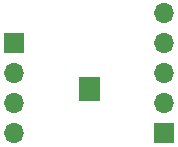
<source format=gbr>
%TF.GenerationSoftware,KiCad,Pcbnew,5.1.7-a382d34a8~87~ubuntu20.04.1*%
%TF.CreationDate,2020-11-06T18:28:57+02:00*%
%TF.ProjectId,BRK-MSOP-8-1EP-3x3-P0.65-EP1.68x1.88,42524b2d-4d53-44f5-902d-382d3145502d,v1.0*%
%TF.SameCoordinates,Original*%
%TF.FileFunction,Soldermask,Bot*%
%TF.FilePolarity,Negative*%
%FSLAX46Y46*%
G04 Gerber Fmt 4.6, Leading zero omitted, Abs format (unit mm)*
G04 Created by KiCad (PCBNEW 5.1.7-a382d34a8~87~ubuntu20.04.1) date 2020-11-06 18:28:57*
%MOMM*%
%LPD*%
G01*
G04 APERTURE LIST*
%ADD10C,0.100000*%
%ADD11O,1.700000X1.700000*%
%ADD12R,1.700000X1.700000*%
G04 APERTURE END LIST*
D10*
G36*
X100840000Y-100940000D02*
G01*
X99160000Y-100940000D01*
X99160000Y-99060000D01*
X100840000Y-99060000D01*
X100840000Y-100940000D01*
G37*
X100840000Y-100940000D02*
X99160000Y-100940000D01*
X99160000Y-99060000D01*
X100840000Y-99060000D01*
X100840000Y-100940000D01*
D11*
%TO.C,J2*%
X106350000Y-93650000D03*
X106350000Y-96190000D03*
X106350000Y-98730000D03*
X106350000Y-101270000D03*
D12*
X106350000Y-103810000D03*
%TD*%
D11*
%TO.C,J1*%
X93650000Y-103810000D03*
X93650000Y-101270000D03*
X93650000Y-98730000D03*
D12*
X93650000Y-96190000D03*
%TD*%
M02*

</source>
